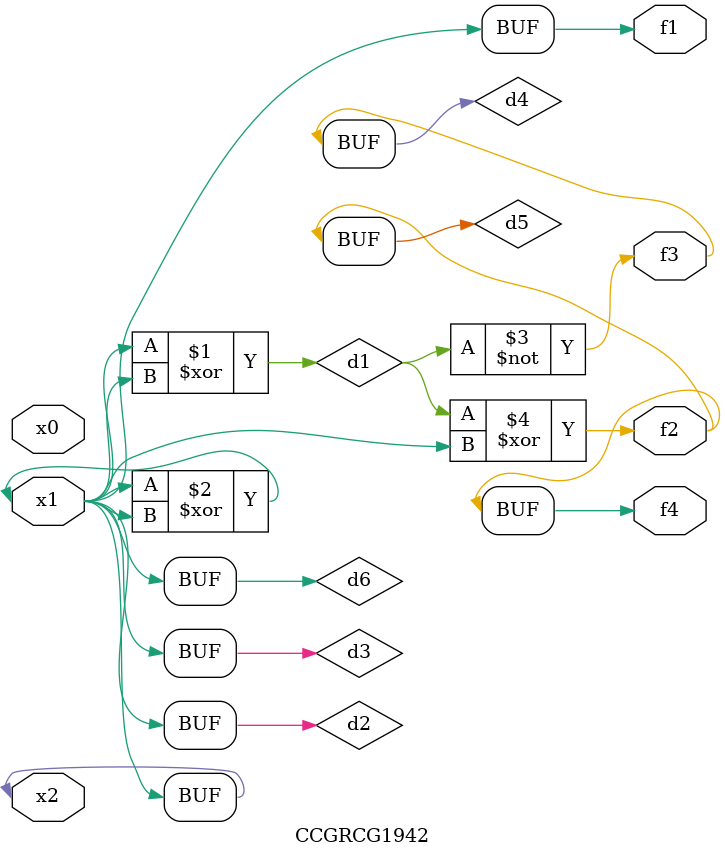
<source format=v>
module CCGRCG1942(
	input x0, x1, x2,
	output f1, f2, f3, f4
);

	wire d1, d2, d3, d4, d5, d6;

	xor (d1, x1, x2);
	buf (d2, x1, x2);
	xor (d3, x1, x2);
	nor (d4, d1);
	xor (d5, d1, d2);
	buf (d6, d2, d3);
	assign f1 = d6;
	assign f2 = d5;
	assign f3 = d4;
	assign f4 = d5;
endmodule

</source>
